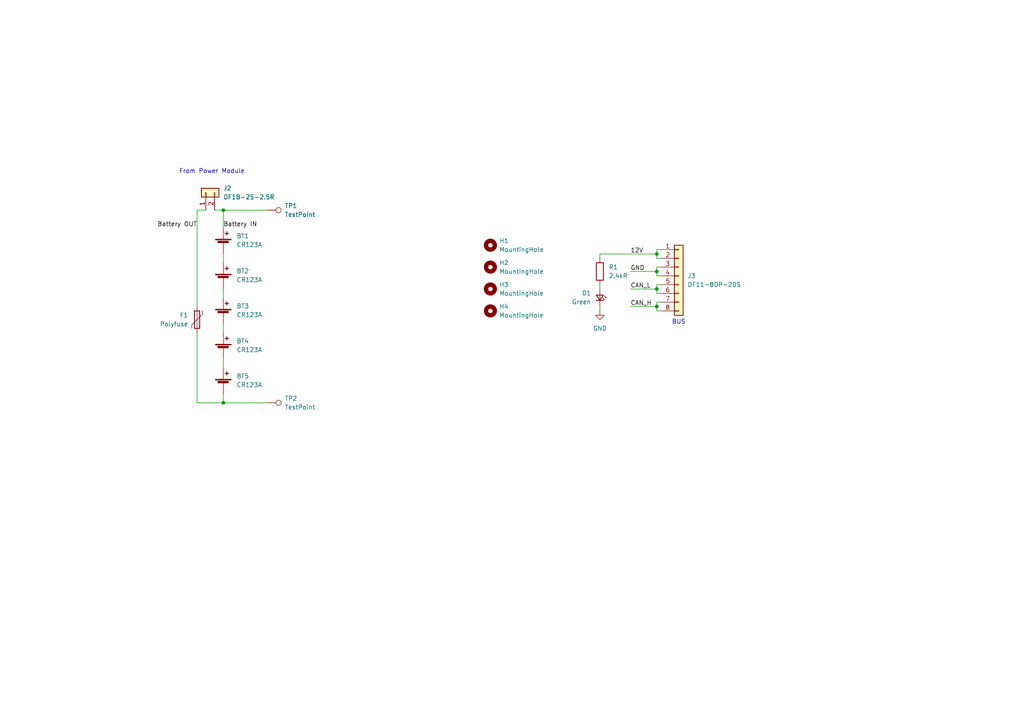
<source format=kicad_sch>
(kicad_sch (version 20250114) (generator "eeschema") (generator_version "9.0")
  (paper "A4")
  (lib_symbols
    (symbol "Connector:TestPoint" (pin_numbers (hide yes)) (pin_names (offset 0.762) (hide yes))
      (property "Reference" "TP" (at 0 6.858 0))
      (property "Value" "TestPoint" (at 0 5.08 0))
      (symbol "TestPoint_0_1"
        (circle (center 0 3.302) (radius 0.762))
      )
      (symbol "TestPoint_1_1"
        (pin passive line (at 0 0 90) (length 2.54) (name "1") (number "1"))
      )
    )
    (symbol "Connector_Generic:Conn_01x02" (pin_names (offset 1.016) (hide yes))
      (property "Reference" "J" (at 0 2.54 0))
      (property "Value" "Conn_01x02" (at 0 -5.08 0))
      (symbol "Conn_01x02_1_1"
        (rectangle (start -1.27 1.27) (end 1.27 -3.81) (stroke (width 0.254)) (fill (type background)))
        (rectangle (start -1.27 0.127) (end 0 -0.127) (stroke (width 0.1524)))
        (rectangle (start -1.27 -2.413) (end 0 -2.667) (stroke (width 0.1524)))
        (pin passive line (at -5.08 0 0) (length 3.81) (name "Pin_1") (number "1"))
        (pin passive line (at -5.08 -2.54 0) (length 3.81) (name "Pin_2") (number "2"))
      )
    )
    (symbol "Connector_Generic:Conn_01x08" (pin_names (offset 1.016) (hide yes))
      (property "Reference" "J" (at 0 10.16 0))
      (property "Value" "Conn_01x08" (at 0 -12.7 0))
      (symbol "Conn_01x08_1_1"
        (rectangle (start -1.27 8.89) (end 1.27 -11.43) (stroke (width 0.254)) (fill (type background)))
        (rectangle (start -1.27 7.747) (end 0 7.493) (stroke (width 0.1524)))
        (rectangle (start -1.27 5.207) (end 0 4.953) (stroke (width 0.1524)))
        (rectangle (start -1.27 2.667) (end 0 2.413) (stroke (width 0.1524)))
        (rectangle (start -1.27 0.127) (end 0 -0.127) (stroke (width 0.1524)))
        (rectangle (start -1.27 -2.413) (end 0 -2.667) (stroke (width 0.1524)))
        (rectangle (start -1.27 -4.953) (end 0 -5.207) (stroke (width 0.1524)))
        (rectangle (start -1.27 -7.493) (end 0 -7.747) (stroke (width 0.1524)))
        (rectangle (start -1.27 -10.033) (end 0 -10.287) (stroke (width 0.1524)))
        (pin passive line (at -5.08 7.62 0) (length 3.81) (name "Pin_1") (number "1"))
        (pin passive line (at -5.08 5.08 0) (length 3.81) (name "Pin_2") (number "2"))
        (pin passive line (at -5.08 2.54 0) (length 3.81) (name "Pin_3") (number "3"))
        (pin passive line (at -5.08 0 0) (length 3.81) (name "Pin_4") (number "4"))
        (pin passive line (at -5.08 -2.54 0) (length 3.81) (name "Pin_5") (number "5"))
        (pin passive line (at -5.08 -5.08 0) (length 3.81) (name "Pin_6") (number "6"))
        (pin passive line (at -5.08 -7.62 0) (length 3.81) (name "Pin_7") (number "7"))
        (pin passive line (at -5.08 -10.16 0) (length 3.81) (name "Pin_8") (number "8"))
      )
    )
    (symbol "Device:Battery_Cell" (pin_numbers (hide yes)) (pin_names (offset 0) (hide yes))
      (property "Reference" "BT" (at 2.54 2.54 0))
      (property "Value" "Battery_Cell" (at 2.54 0 0))
      (symbol "Battery_Cell_0_1"
        (rectangle (start -2.286 1.778) (end 2.286 1.524) (fill (type outline)))
        (rectangle (start -1.5748 1.1938) (end 1.4732 0.6858) (fill (type outline)))
        (polyline (pts (xy 0 1.778) (xy 0 2.54)))
        (polyline (pts (xy 0 0.762) (xy 0 0)))
        (polyline (pts (xy 0.508 3.429) (xy 1.524 3.429)) (stroke (width 0.254)))
        (polyline (pts (xy 1.016 3.937) (xy 1.016 2.921)) (stroke (width 0.254)))
      )
      (symbol "Battery_Cell_1_1"
        (pin passive line (at 0 5.08 270) (length 2.54) (name "+") (number "1"))
        (pin passive line (at 0 -2.54 90) (length 2.54) (name "-") (number "2"))
      )
    )
    (symbol "Device:LED_Small" (pin_numbers (hide yes)) (pin_names (offset 0.254) (hide yes))
      (property "Reference" "D" (at -1.27 3.175 0))
      (property "Value" "LED_Small" (at -4.445 -2.54 0))
      (symbol "LED_Small_0_1"
        (polyline (pts (xy -0.762 -1.016) (xy -0.762 1.016)) (stroke (width 0.254)))
        (polyline (pts (xy 0 0.762) (xy -0.508 1.27) (xy -0.254 1.27) (xy -0.508 1.27) (xy -0.508 1.016)))
        (polyline (pts (xy 0.508 1.27) (xy 0 1.778) (xy 0.254 1.778) (xy 0 1.778) (xy 0 1.524)))
        (polyline (pts (xy 0.762 -1.016) (xy -0.762 0) (xy 0.762 1.016) (xy 0.762 -1.016)) (stroke (width 0.254)))
        (polyline (pts (xy 1.016 0) (xy -0.762 0)))
      )
      (symbol "LED_Small_1_1"
        (pin passive line (at -2.54 0 0) (length 1.778) (name "K") (number "1"))
        (pin passive line (at 2.54 0 180) (length 1.778) (name "A") (number "2"))
      )
    )
    (symbol "Device:Polyfuse" (pin_numbers (hide yes)) (pin_names (offset 0))
      (property "Reference" "F" (at -2.54 0 90))
      (property "Value" "Polyfuse" (at 2.54 0 90))
      (symbol "Polyfuse_0_1"
        (polyline (pts (xy -1.524 2.54) (xy -1.524 1.524) (xy 1.524 -1.524) (xy 1.524 -2.54)))
        (rectangle (start -0.762 2.54) (end 0.762 -2.54) (stroke (width 0.254)))
        (polyline (pts (xy 0 2.54) (xy 0 -2.54)))
      )
      (symbol "Polyfuse_1_1"
        (pin passive line (at 0 3.81 270) (length 1.27) (name "~") (number "1"))
        (pin passive line (at 0 -3.81 90) (length 1.27) (name "~") (number "2"))
      )
    )
    (symbol "Device:R" (pin_numbers (hide yes)) (pin_names (offset 0))
      (property "Reference" "R" (at 2.032 0 90))
      (property "Value" "R" (at 0 0 90))
      (symbol "R_0_1"
        (rectangle (start -1.016 -2.54) (end 1.016 2.54) (stroke (width 0.254)))
      )
      (symbol "R_1_1"
        (pin passive line (at 0 3.81 270) (length 1.27) (name "~") (number "1"))
        (pin passive line (at 0 -3.81 90) (length 1.27) (name "~") (number "2"))
      )
    )
    (symbol "Mechanical:MountingHole" (pin_names (offset 1.016)) (exclude_from_sim yes) (in_bom no)
      (property "Reference" "H" (at 0 5.08 0))
      (property "Value" "MountingHole" (at 0 3.175 0))
      (symbol "MountingHole_0_1"
        (circle (center 0 0) (radius 1.27) (stroke (width 1.27)))
      )
    )
    (symbol "power:GND" (power) (pin_numbers (hide yes)) (pin_names (offset 0) (hide yes))
      (property "Value" "GND" (at 0 -3.81 0))
      (symbol "GND_0_1"
        (polyline (pts (xy 0 0) (xy 0 -1.27) (xy 1.27 -1.27) (xy 0 -2.54) (xy -1.27 -1.27) (xy 0 -1.27)))
      )
      (symbol "GND_1_1"
        (pin power_in line (at 0 0 270) (length 0) (name "~") (number "1"))
      )
    )
  )
  (text "BUS" (at 196.85 93.472 0) (effects (font (size 1.27 1.27))))
  (text "From Power Module" (at 61.468 49.784 0) (effects (font (size 1.27 1.27))))
  (junction (at 190.5 88.9))
  (junction (at 190.5 78.74))
  (junction (at 190.5 73.66))
  (junction (at 64.77 116.84))
  (junction (at 64.77 60.96))
  (junction (at 190.5 83.82))
  (wire (pts (xy 190.5 90.17) (xy 191.77 90.17)))
  (wire (pts (xy 173.99 74.93) (xy 173.99 73.66)))
  (wire (pts (xy 64.77 114.3) (xy 64.77 116.84)))
  (wire (pts (xy 190.5 73.66) (xy 190.5 74.93)))
  (wire (pts (xy 57.15 60.96) (xy 59.69 60.96)))
  (wire (pts (xy 173.99 82.55) (xy 173.99 83.82)))
  (wire (pts (xy 64.77 60.96) (xy 77.47 60.96)))
  (wire (pts (xy 64.77 116.84) (xy 77.47 116.84)))
  (wire (pts (xy 64.77 73.66) (xy 64.77 76.2)))
  (wire (pts (xy 57.15 96.52) (xy 57.15 116.84)))
  (wire (pts (xy 190.5 77.47) (xy 190.5 78.74)))
  (wire (pts (xy 190.5 82.55) (xy 190.5 83.82)))
  (wire (pts (xy 190.5 72.39) (xy 190.5 73.66)))
  (wire (pts (xy 191.77 77.47) (xy 190.5 77.47)))
  (wire (pts (xy 64.77 60.96) (xy 62.23 60.96)))
  (wire (pts (xy 190.5 88.9) (xy 190.5 90.17)))
  (wire (pts (xy 190.5 85.09) (xy 191.77 85.09)))
  (wire (pts (xy 182.88 83.82) (xy 190.5 83.82)))
  (wire (pts (xy 173.99 88.9) (xy 173.99 90.17)))
  (wire (pts (xy 64.77 104.14) (xy 64.77 106.68)))
  (wire (pts (xy 190.5 80.01) (xy 191.77 80.01)))
  (wire (pts (xy 190.5 74.93) (xy 191.77 74.93)))
  (wire (pts (xy 64.77 116.84) (xy 57.15 116.84)))
  (wire (pts (xy 190.5 83.82) (xy 190.5 85.09)))
  (wire (pts (xy 182.88 78.74) (xy 190.5 78.74)))
  (wire (pts (xy 191.77 87.63) (xy 190.5 87.63)))
  (wire (pts (xy 64.77 83.82) (xy 64.77 86.36)))
  (wire (pts (xy 190.5 87.63) (xy 190.5 88.9)))
  (wire (pts (xy 57.15 60.96) (xy 57.15 88.9)))
  (wire (pts (xy 173.99 73.66) (xy 190.5 73.66)))
  (wire (pts (xy 64.77 60.96) (xy 64.77 66.04)))
  (wire (pts (xy 182.88 88.9) (xy 190.5 88.9)))
  (wire (pts (xy 64.77 93.98) (xy 64.77 96.52)))
  (wire (pts (xy 191.77 72.39) (xy 190.5 72.39)))
  (wire (pts (xy 190.5 78.74) (xy 190.5 80.01)))
  (wire (pts (xy 191.77 82.55) (xy 190.5 82.55)))
  (label "CAN_L" (at 182.88 83.82 0))
  (label "CAN_H" (at 182.88 88.9 0))
  (label "Battery OUT" (at 57.15 66.04 180))
  (label "12V" (at 182.88 73.66 0))
  (label "Battery IN" (at 64.77 66.04 0))
  (label "GND" (at 182.88 78.74 0))
  (symbol (lib_id "power:GND") (at 173.99 90.17 0) (unit 1)
    (property "Reference" "#PWR01" (effects (hide yes)))
    (property "Value" "GND" (at 173.99 95.25 0))
    (property "Description" "Power symbol creates a global label with name \"GND\" , ground" (effects (hide yes)))
  )
  (symbol (lib_id "Device:R") (at 173.99 78.74 0) (unit 1)
    (property "Reference" "R1" (at 176.53 77.4699 0) (effects (justify left)))
    (property "Value" "2.4kR" (at 176.53 80.0099 0) (effects (justify left)))
    (property "Footprint" "Resistor_SMD:R_0603_1608Metric_Pad0.98x0.95mm_HandSolder" (effects (hide yes)))
    (property "Description" "Resistor" (effects (hide yes)))
  )
  (symbol (lib_id "Device:LED_Small") (at 173.99 86.36 270) (mirror x) (unit 1)
    (property "Reference" "D1" (at 171.45 85.0264 90) (effects (justify right)))
    (property "Value" "Green" (at 171.45 87.5664 90) (effects (justify right)))
    (property "Footprint" "LED_SMD:LED_0603_1608Metric_Pad1.05x0.95mm_HandSolder" (effects (hide yes)))
    (property "Description" "Light emitting diode, small symbol" (effects (hide yes)))
    (property "Sim.Pin" "1=K 2=A" (effects (hide yes)))
  )
  (symbol (lib_id "Device:Polyfuse") (at 57.15 92.71 0) (mirror y) (unit 1)
    (property "Reference" "F1" (at 54.61 91.4399 0) (effects (justify left)))
    (property "Value" "Polyfuse" (at 54.61 93.9799 0) (effects (justify left)))
    (property "Footprint" "Fuse:Fuse_Bourns_MF-RHT300" (effects (hide yes)))
    (property "Description" "Resettable fuse, polymeric positive temperature coefficient" (effects (hide yes)))
  )
  (symbol (lib_id "Mechanical:MountingHole") (at 142.24 71.12 0) (unit 1) (in_bom no)
    (property "Reference" "H1" (at 144.78 69.8499 0) (effects (justify left)))
    (property "Value" "MountingHole" (at 144.78 72.3899 0) (effects (justify left)))
    (property "Footprint" "MountingHole:MountingHole_3.2mm_M3_Pad_TopBottom" (effects (hide yes)))
    (property "Description" "Mounting Hole without connection" (effects (hide yes)))
  )
  (symbol (lib_id "Device:Battery_Cell") (at 64.77 81.28 0) (unit 1)
    (property "Reference" "BT2" (at 68.58 78.613 0) (effects (justify left)))
    (property "Value" "CR123A" (at 68.58 81.153 0) (effects (justify left)))
    (property "Footprint" "TSRP_Battery:BHC-CR123A" (effects (hide yes)))
  )
  (symbol (lib_id "Device:Battery_Cell") (at 64.77 71.12 0) (unit 1)
    (property "Reference" "BT1" (at 68.58 68.453 0) (effects (justify left)))
    (property "Value" "CR123A" (at 68.58 70.993 0) (effects (justify left)))
    (property "Footprint" "TSRP_Battery:BHC-CR123A" (effects (hide yes)))
  )
  (symbol (lib_id "Mechanical:MountingHole") (at 142.24 90.17 0) (unit 1) (in_bom no)
    (property "Reference" "H4" (at 144.78 88.8999 0) (effects (justify left)))
    (property "Value" "MountingHole" (at 144.78 91.4399 0) (effects (justify left)))
    (property "Footprint" "MountingHole:MountingHole_3.2mm_M3_Pad_TopBottom" (effects (hide yes)))
    (property "Description" "Mounting Hole without connection" (effects (hide yes)))
  )
  (symbol (lib_id "Connector:TestPoint") (at 77.47 60.96 270) (unit 1)
    (property "Reference" "TP1" (at 82.55 59.6899 90) (effects (justify left)))
    (property "Value" "TestPoint" (at 82.55 62.2299 90) (effects (justify left)))
    (property "Footprint" "TestPoint:TestPoint_THTPad_D2.0mm_Drill1.0mm" (effects (hide yes)))
    (property "Description" "test point" (effects (hide yes)))
  )
  (symbol (lib_id "Connector_Generic:Conn_01x02") (at 59.69 55.88 90) (unit 1)
    (property "Reference" "J2" (at 64.77 54.6099 90) (effects (justify right)))
    (property "Value" "DF1B-2S-2.5R" (at 64.77 57.1499 90) (effects (justify right)))
    (property "Footprint" "TSRP_Connector_Hirose:DF1B-2S-2.5R" (effects (hide yes)))
    (property "Description" "Generic connector, single row, 01x02, script generated (kicad-library-utils/schlib/autogen/connector/)" (effects (hide yes)))
  )
  (symbol (lib_id "Device:Battery_Cell") (at 64.77 111.76 0) (unit 1)
    (property "Reference" "BT5" (at 68.58 109.093 0) (effects (justify left)))
    (property "Value" "CR123A" (at 68.58 111.633 0) (effects (justify left)))
    (property "Footprint" "TSRP_Battery:BHC-CR123A" (effects (hide yes)))
  )
  (symbol (lib_id "Mechanical:MountingHole") (at 142.24 83.82 0) (unit 1) (in_bom no)
    (property "Reference" "H3" (at 144.78 82.5499 0) (effects (justify left)))
    (property "Value" "MountingHole" (at 144.78 85.0899 0) (effects (justify left)))
    (property "Footprint" "MountingHole:MountingHole_3.2mm_M3_Pad_TopBottom" (effects (hide yes)))
    (property "Description" "Mounting Hole without connection" (effects (hide yes)))
  )
  (symbol (lib_id "Connector:TestPoint") (at 77.47 116.84 270) (unit 1)
    (property "Reference" "TP2" (at 82.55 115.5699 90) (effects (justify left)))
    (property "Value" "TestPoint" (at 82.55 118.1099 90) (effects (justify left)))
    (property "Footprint" "TestPoint:TestPoint_THTPad_D2.0mm_Drill1.0mm" (effects (hide yes)))
    (property "Description" "test point" (effects (hide yes)))
  )
  (symbol (lib_id "Mechanical:MountingHole") (at 142.24 77.47 0) (unit 1) (in_bom no)
    (property "Reference" "H2" (at 144.78 76.1999 0) (effects (justify left)))
    (property "Value" "MountingHole" (at 144.78 78.7399 0) (effects (justify left)))
    (property "Footprint" "MountingHole:MountingHole_3.2mm_M3_Pad_TopBottom" (effects (hide yes)))
    (property "Description" "Mounting Hole without connection" (effects (hide yes)))
  )
  (symbol (lib_id "Connector_Generic:Conn_01x08") (at 196.85 80.01 0) (unit 1)
    (property "Reference" "J3" (at 199.39 80.0099 0) (effects (justify left)))
    (property "Value" "DF11-8DP-2DS" (at 199.39 82.5499 0) (effects (justify left)))
    (property "Footprint" "TSRP_Connector_Hirose:DF11-8DP-2DS" (effects (hide yes)))
    (property "Description" "Generic connector, single row, 01x08, script generated (kicad-library-utils/schlib/autogen/connector/)" (effects (hide yes)))
  )
  (symbol (lib_id "Device:Battery_Cell") (at 64.77 101.6 0) (unit 1)
    (property "Reference" "BT4" (at 68.58 98.933 0) (effects (justify left)))
    (property "Value" "CR123A" (at 68.58 101.473 0) (effects (justify left)))
    (property "Footprint" "TSRP_Battery:BHC-CR123A" (effects (hide yes)))
  )
  (symbol (lib_id "Device:Battery_Cell") (at 64.77 91.44 0) (unit 1)
    (property "Reference" "BT3" (at 68.58 88.773 0) (effects (justify left)))
    (property "Value" "CR123A" (at 68.58 91.313 0) (effects (justify left)))
    (property "Footprint" "TSRP_Battery:BHC-CR123A" (effects (hide yes)))
  )
)
</source>
